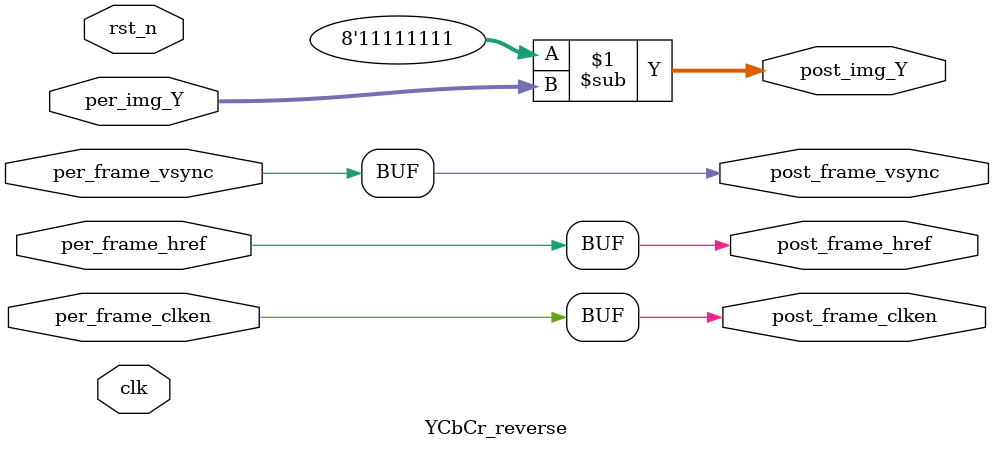
<source format=v>
module YCbCr_reverse(
		//global clock
		input					clk,  				//cmos video pixel clock
		input					rst_n,				//global reset
		//Image data prepred to be processd
		input					per_frame_vsync,	//Prepared Image data vsync valid signal
		input					per_frame_href,		//Prepared Image data href vaild  signal
		input					per_frame_clken,	//Prepared Image data output/capture enable clock
		input		[7:0]		per_img_Y,			//Prepared Image brightness input
		
		//Image data has been processd
		output					post_frame_vsync,	//Processed Image data vsync valid signal
		output					post_frame_href,	//Processed Image data href vaild  signal
		output					post_frame_clken,	//Processed Image data output/capture enable clock
		output		[7:0]		post_img_Y			//Processed Image Bit flag outout(1: Value, 0:inValid)
   );
 

assign post_frame_vsync  =per_frame_vsync;
assign post_frame_href   =per_frame_href;
assign post_frame_clken  =per_frame_clken;
assign post_img_Y    = 8'd255 - per_img_Y; //灰度反转

  
   
endmodule
</source>
